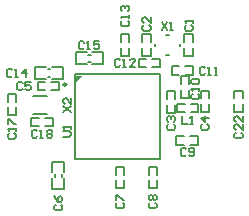
<source format=gto>
G04*
G04 #@! TF.GenerationSoftware,Altium Limited,Altium Designer,19.0.10 (269)*
G04*
G04 Layer_Color=65535*
%FSLAX24Y24*%
%MOIN*%
G70*
G01*
G75*
%ADD10C,0.0098*%
%ADD11C,0.0060*%
%ADD12C,0.0079*%
G36*
X-1181Y1378D02*
X-1378Y1181D01*
Y1378D01*
X-1181Y1378D01*
D02*
G37*
D10*
X-1699Y1083D02*
G03*
X-1699Y1083I-49J0D01*
G01*
D11*
X2421Y-925D02*
X2677D01*
X1968D02*
X2224D01*
X2421Y-650D02*
X2677D01*
X1968D02*
X2224D01*
X1968Y-925D02*
Y-650D01*
X2677Y-925D02*
Y-650D01*
X2264Y1407D02*
X2520D01*
X1811D02*
X2067D01*
X2264Y1683D02*
X2520D01*
X1811D02*
X2067D01*
X1811Y1407D02*
Y1683D01*
X2520Y1407D02*
Y1683D01*
X3901Y874D02*
X4177D01*
X3901Y166D02*
X4177D01*
X3901D02*
Y422D01*
Y618D02*
Y874D01*
X4177Y166D02*
Y422D01*
Y618D02*
Y874D01*
X1654Y148D02*
X1930D01*
X1654Y856D02*
X1930D01*
Y601D02*
Y856D01*
Y148D02*
Y404D01*
X1654Y601D02*
Y856D01*
Y148D02*
Y404D01*
X2450Y164D02*
X2706D01*
X1998D02*
X2254D01*
X2450Y440D02*
X2706D01*
X1998D02*
X2254Y440D01*
X1998Y164D02*
Y440D01*
X2706Y164D02*
Y440D01*
X2128Y1354D02*
X2404D01*
X2128Y646D02*
X2404D01*
X2128D02*
X2128Y902D01*
X2128Y1098D02*
Y1354D01*
X2404Y646D02*
Y902D01*
Y1098D02*
Y1354D01*
X2778Y166D02*
X3054D01*
X2778Y874D02*
X3054D01*
X3054Y618D02*
X3054Y874D01*
Y166D02*
Y422D01*
X2778Y874D02*
X2778Y618D01*
X2778Y166D02*
X2778Y422D01*
X1427Y1654D02*
Y1929D01*
X718Y1654D02*
Y1929D01*
X974D01*
X1171D02*
X1427D01*
X718Y1654D02*
X974D01*
X1171D02*
X1427D01*
X1053Y-2372D02*
X1329D01*
X1053Y-1663D02*
X1329D01*
Y-1919D02*
Y-1663D01*
Y-2372D02*
Y-2116D01*
X1053Y-1919D02*
Y-1663D01*
Y-2372D02*
Y-2116D01*
X-39Y-2372D02*
X236D01*
X-39Y-1663D02*
X236D01*
Y-1919D02*
Y-1663D01*
Y-2372D02*
Y-2116D01*
X-39Y-1919D02*
Y-1663D01*
Y-2372D02*
Y-2116D01*
X-2160Y-2411D02*
X-1766D01*
X-2160Y-1486D02*
X-1766D01*
Y-1850D02*
Y-1486D01*
Y-2411D02*
Y-2047D01*
X-2160Y-1850D02*
Y-1486D01*
Y-2411D02*
Y-2047D01*
X2240Y2045D02*
X2515D01*
X2240Y2754D02*
X2515D01*
Y2498D02*
Y2754D01*
Y2045D02*
Y2301D01*
X2240Y2498D02*
Y2754D01*
Y2045D02*
Y2301D01*
X1615Y2746D02*
X1741D01*
X1252Y2376D02*
Y2423D01*
X1615Y2053D02*
X1741D01*
X2103Y2376D02*
Y2423D01*
X840Y2754D02*
X1115D01*
X840Y2045D02*
X1115D01*
X840D02*
Y2301D01*
Y2498D02*
Y2754D01*
X1115Y2045D02*
Y2301D01*
Y2498D02*
Y2754D01*
X128Y2756D02*
X404D01*
X128Y2047D02*
X404D01*
X128D02*
Y2303D01*
Y2500D02*
Y2756D01*
X404Y2047D02*
Y2303D01*
Y2500D02*
Y2756D01*
X-2746Y1270D02*
Y1663D01*
X-1821Y1270D02*
Y1663D01*
X-2185Y1270D02*
X-1821D01*
X-2746D02*
X-2382D01*
X-2185Y1663D02*
X-1821D01*
X-2746D02*
X-2382D01*
X-2648Y896D02*
Y1171D01*
X-1939Y896D02*
Y1171D01*
X-2195Y896D02*
X-1939D01*
X-2648D02*
X-2392D01*
X-2195Y1171D02*
X-1939D01*
X-2648D02*
X-2392D01*
X-2865Y-305D02*
Y-30D01*
X-2156Y-305D02*
Y-30D01*
X-2412Y-305D02*
X-2156D01*
X-2865D02*
X-2609D01*
X-2412Y-30D02*
X-2156D01*
X-2865D02*
X-2609D01*
X-3652Y768D02*
X-3377D01*
X-3652Y59D02*
X-3377D01*
X-3652D02*
Y315D01*
Y512D02*
Y768D01*
X-3377Y59D02*
Y315D01*
Y512D02*
Y768D01*
X-1388Y1762D02*
Y2156D01*
X-463Y1762D02*
Y2156D01*
X-827Y1762D02*
X-463D01*
X-1388D02*
X-1024D01*
X-827Y2156D02*
X-463D01*
X-1388D02*
X-1024D01*
X2290Y-1075D02*
X2245Y-1030D01*
X2155D01*
X2110Y-1075D01*
Y-1255D01*
X2155Y-1300D01*
X2245D01*
X2290Y-1255D01*
X2380D02*
X2425Y-1300D01*
X2515D01*
X2560Y-1255D01*
Y-1075D01*
X2515Y-1030D01*
X2425D01*
X2380Y-1075D01*
Y-1120D01*
X2425Y-1165D01*
X2560D01*
X2930Y1635D02*
X2885Y1680D01*
X2795D01*
X2750Y1635D01*
Y1455D01*
X2795Y1410D01*
X2885D01*
X2930Y1455D01*
X3020Y1410D02*
X3110D01*
X3065D01*
Y1680D01*
X3020Y1635D01*
X3245Y1410D02*
X3335D01*
X3290D01*
Y1680D01*
X3245Y1635D01*
X3952Y-519D02*
X3908Y-564D01*
Y-654D01*
X3952Y-699D01*
X4132D01*
X4177Y-654D01*
Y-564D01*
X4132Y-519D01*
X4177Y-249D02*
Y-429D01*
X3997Y-249D01*
X3952D01*
X3908Y-294D01*
Y-384D01*
X3952Y-429D01*
X4177Y21D02*
Y-159D01*
X3997Y21D01*
X3952D01*
X3908Y-24D01*
Y-114D01*
X3952Y-159D01*
X1702Y-250D02*
X1658Y-295D01*
Y-385D01*
X1702Y-430D01*
X1882D01*
X1927Y-385D01*
Y-295D01*
X1882Y-250D01*
X1702Y-160D02*
X1658Y-115D01*
Y-25D01*
X1702Y20D01*
X1747D01*
X1792Y-25D01*
Y-70D01*
Y-25D01*
X1837Y20D01*
X1882D01*
X1927Y-25D01*
Y-115D01*
X1882Y-160D01*
X2167Y20D02*
Y-250D01*
X2347D01*
X2437D02*
X2527D01*
X2482D01*
Y20D01*
X2437Y-25D01*
X2515Y780D02*
X2470Y735D01*
Y645D01*
X2515Y600D01*
X2695D01*
X2740Y645D01*
Y735D01*
X2695Y780D01*
X2740Y870D02*
Y960D01*
Y915D01*
X2470D01*
X2515Y870D01*
Y1095D02*
X2470Y1140D01*
Y1230D01*
X2515Y1275D01*
X2695D01*
X2740Y1230D01*
Y1140D01*
X2695Y1095D01*
X2515D01*
X2822Y-250D02*
X2778Y-295D01*
Y-385D01*
X2822Y-430D01*
X3002D01*
X3047Y-385D01*
Y-295D01*
X3002Y-250D01*
X3047Y-25D02*
X2778D01*
X2912Y-160D01*
Y20D01*
X175Y3210D02*
X130Y3165D01*
Y3075D01*
X175Y3030D01*
X355D01*
X400Y3075D01*
Y3165D01*
X355Y3210D01*
X400Y3300D02*
Y3390D01*
Y3345D01*
X130D01*
X175Y3300D01*
Y3525D02*
X130Y3570D01*
Y3660D01*
X175Y3705D01*
X220D01*
X265Y3660D01*
Y3615D01*
Y3660D01*
X310Y3705D01*
X355D01*
X400Y3660D01*
Y3570D01*
X355Y3525D01*
X103Y1895D02*
X58Y1940D01*
X-32D01*
X-77Y1895D01*
Y1715D01*
X-32Y1670D01*
X58D01*
X103Y1715D01*
X193Y1670D02*
X283D01*
X238D01*
Y1940D01*
X193Y1895D01*
X598Y1670D02*
X418D01*
X598Y1850D01*
Y1895D01*
X553Y1940D01*
X463D01*
X418Y1895D01*
X-2670Y-465D02*
X-2715Y-420D01*
X-2805D01*
X-2850Y-465D01*
Y-645D01*
X-2805Y-690D01*
X-2715D01*
X-2670Y-645D01*
X-2580Y-690D02*
X-2490D01*
X-2535D01*
Y-420D01*
X-2580Y-465D01*
X-2355D02*
X-2310Y-420D01*
X-2220D01*
X-2175Y-465D01*
Y-510D01*
X-2220Y-555D01*
X-2175Y-600D01*
Y-645D01*
X-2220Y-690D01*
X-2310D01*
X-2355Y-645D01*
Y-600D01*
X-2310Y-555D01*
X-2355Y-510D01*
Y-465D01*
X-2310Y-555D02*
X-2220D01*
X-3605Y-550D02*
X-3650Y-595D01*
Y-685D01*
X-3605Y-730D01*
X-3425D01*
X-3380Y-685D01*
Y-595D01*
X-3425Y-550D01*
X-3380Y-460D02*
Y-370D01*
Y-415D01*
X-3650D01*
X-3605Y-460D01*
X-3650Y-235D02*
Y-55D01*
X-3605D01*
X-3425Y-235D01*
X-3380D01*
X-3150Y1125D02*
X-3195Y1170D01*
X-3285D01*
X-3330Y1125D01*
Y945D01*
X-3285Y900D01*
X-3195D01*
X-3150Y945D01*
X-2880Y1170D02*
X-3060D01*
Y1035D01*
X-2970Y1080D01*
X-2925D01*
X-2880Y1035D01*
Y945D01*
X-2925Y900D01*
X-3015D01*
X-3060Y945D01*
X-2055Y-2920D02*
X-2100Y-2965D01*
Y-3055D01*
X-2055Y-3100D01*
X-1875D01*
X-1830Y-3055D01*
Y-2965D01*
X-1875Y-2920D01*
X-2100Y-2650D02*
X-2055Y-2740D01*
X-1965Y-2830D01*
X-1875D01*
X-1830Y-2785D01*
Y-2695D01*
X-1875Y-2650D01*
X-1920D01*
X-1965Y-2695D01*
Y-2830D01*
X1095Y-2870D02*
X1050Y-2915D01*
Y-3005D01*
X1095Y-3050D01*
X1275D01*
X1320Y-3005D01*
Y-2915D01*
X1275Y-2870D01*
X1095Y-2780D02*
X1050Y-2735D01*
Y-2645D01*
X1095Y-2600D01*
X1140D01*
X1185Y-2645D01*
X1230Y-2600D01*
X1275D01*
X1320Y-2645D01*
Y-2735D01*
X1275Y-2780D01*
X1230D01*
X1185Y-2735D01*
X1140Y-2780D01*
X1095D01*
X1185Y-2735D02*
Y-2645D01*
X2295Y3050D02*
X2250Y3005D01*
Y2915D01*
X2295Y2870D01*
X2475D01*
X2520Y2915D01*
Y3005D01*
X2475Y3050D01*
X2520Y3140D02*
Y3230D01*
Y3185D01*
X2250D01*
X2295Y3140D01*
X1490Y3160D02*
X1670Y2890D01*
Y3160D02*
X1490Y2890D01*
X1760D02*
X1850D01*
X1805D01*
Y3160D01*
X1760Y3115D01*
X5Y-2870D02*
X-40Y-2915D01*
Y-3005D01*
X5Y-3050D01*
X185D01*
X230Y-3005D01*
Y-2915D01*
X185Y-2870D01*
X-40Y-2780D02*
Y-2600D01*
X5D01*
X185Y-2780D01*
X230D01*
X885Y3050D02*
X840Y3005D01*
Y2915D01*
X885Y2870D01*
X1065D01*
X1110Y2915D01*
Y3005D01*
X1065Y3050D01*
X1110Y3320D02*
Y3140D01*
X930Y3320D01*
X885D01*
X840Y3275D01*
Y3185D01*
X885Y3140D01*
X-1819Y-660D02*
X-1594D01*
X-1549Y-615D01*
Y-525D01*
X-1594Y-480D01*
X-1819D01*
X-1549Y-390D02*
Y-300D01*
Y-345D01*
X-1819D01*
X-1774Y-390D01*
X-1800Y170D02*
X-1530Y350D01*
X-1800D02*
X-1530Y170D01*
Y620D02*
Y440D01*
X-1710Y620D01*
X-1755D01*
X-1800Y575D01*
Y485D01*
X-1755Y440D01*
X-1100Y2475D02*
X-1145Y2520D01*
X-1235D01*
X-1280Y2475D01*
Y2295D01*
X-1235Y2250D01*
X-1145D01*
X-1100Y2295D01*
X-1010Y2250D02*
X-920D01*
X-965D01*
Y2520D01*
X-1010Y2475D01*
X-605Y2520D02*
X-785D01*
Y2385D01*
X-695Y2430D01*
X-650D01*
X-605Y2385D01*
Y2295D01*
X-650Y2250D01*
X-740D01*
X-785Y2295D01*
X-3500Y1555D02*
X-3545Y1600D01*
X-3635D01*
X-3680Y1555D01*
Y1375D01*
X-3635Y1330D01*
X-3545D01*
X-3500Y1375D01*
X-3410Y1330D02*
X-3320D01*
X-3365D01*
Y1600D01*
X-3410Y1555D01*
X-3050Y1330D02*
Y1600D01*
X-3185Y1465D01*
X-3005D01*
D12*
X-1845Y-1988D02*
Y-1909D01*
X-2081Y-1988D02*
Y-1909D01*
X-2323Y1348D02*
X-2244D01*
X-2323Y1585D02*
X-2244D01*
X-965Y1841D02*
X-886D01*
X-965Y2077D02*
X-886D01*
X-1417Y-1417D02*
Y1417D01*
X1417Y-1417D02*
Y1417D01*
X-1417D02*
X1417D01*
X-1417Y-1417D02*
X1417D01*
X-2806Y108D02*
X-2334D01*
X-2806Y699D02*
X-2334D01*
M02*

</source>
